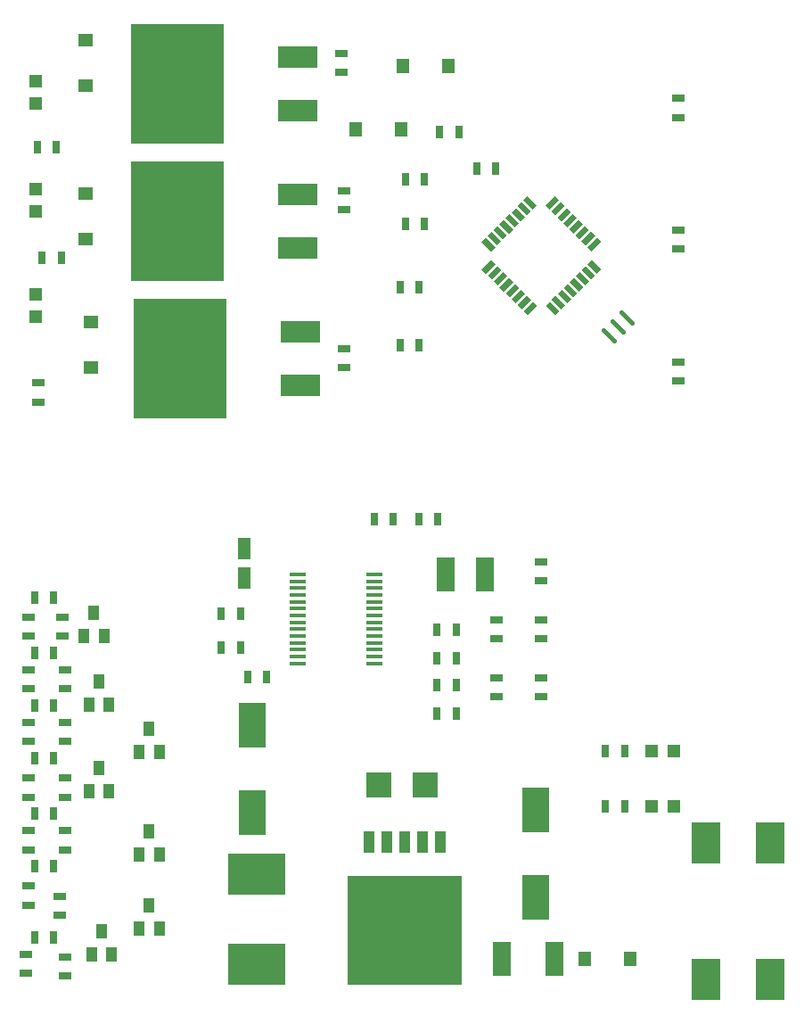
<source format=gbr>
G04 EAGLE Gerber RS-274X export*
G75*
%MOMM*%
%FSLAX34Y34*%
%LPD*%
%INSolderpaste Top*%
%IPPOS*%
%AMOC8*
5,1,8,0,0,1.08239X$1,22.5*%
G01*
%ADD10R,1.200000X1.200000*%
%ADD11R,1.270000X1.470000*%
%ADD12R,0.800000X1.200000*%
%ADD13R,1.780000X3.200000*%
%ADD14R,2.800000X2.400000*%
%ADD15R,2.799081X1.485900*%
%ADD16R,1.200000X0.800000*%
%ADD17R,1.470000X1.270000*%
%ADD18R,3.810000X2.082800*%
%ADD19R,8.890000X11.430000*%
%ADD20R,1.500000X0.400000*%
%ADD21R,1.700000X3.300000*%
%ADD22R,1.200000X2.000000*%
%ADD23R,1.270000X0.558800*%
%ADD24R,0.558800X1.270000*%
%ADD25C,0.450000*%
%ADD26R,2.500000X4.300000*%
%ADD27R,5.500000X4.000000*%
%ADD28R,10.800000X10.410000*%
%ADD29R,1.066800X2.159000*%
%ADD30R,2.400000X2.400000*%
%ADD31R,1.000000X1.400000*%


D10*
X728000Y200000D03*
X707000Y200000D03*
D11*
X686500Y55000D03*
X643500Y55000D03*
D12*
X681500Y200000D03*
X663500Y200000D03*
D13*
X614900Y55000D03*
X565100Y55000D03*
D14*
X820000Y43000D03*
X820000Y157000D03*
X759000Y43000D03*
X759000Y157000D03*
D15*
X820000Y176391D03*
X758989Y176416D03*
X758989Y23610D03*
X820000Y23610D03*
D16*
X412500Y914000D03*
X412500Y896000D03*
D17*
X170000Y883500D03*
X170000Y926500D03*
D18*
X371400Y859600D03*
X371400Y910400D03*
D19*
X257100Y885000D03*
D16*
X732500Y621500D03*
X732500Y603500D03*
X732500Y746500D03*
X732500Y728500D03*
X415000Y784000D03*
X415000Y766000D03*
D17*
X170000Y738500D03*
X170000Y781500D03*
D18*
X371400Y729600D03*
X371400Y780400D03*
D19*
X257100Y755000D03*
D16*
X415000Y634000D03*
X415000Y616000D03*
D17*
X175000Y616000D03*
X175000Y659000D03*
D18*
X373900Y599600D03*
X373900Y650400D03*
D19*
X259600Y625000D03*
D16*
X732500Y871500D03*
X732500Y853500D03*
X115000Y361000D03*
X115000Y379000D03*
X115000Y311000D03*
X115000Y329000D03*
X115000Y261000D03*
X115000Y279000D03*
D20*
X371250Y419750D03*
X371250Y413250D03*
X371250Y406750D03*
X371250Y400250D03*
X371250Y393750D03*
X371250Y387250D03*
X371250Y380750D03*
X371250Y374250D03*
X371250Y367750D03*
X371250Y361250D03*
X371250Y354750D03*
X371250Y348250D03*
X371250Y341750D03*
X371250Y335250D03*
X443750Y335250D03*
X443750Y341750D03*
X443750Y348250D03*
X443750Y354750D03*
X443750Y361250D03*
X443750Y367750D03*
X443750Y374250D03*
X443750Y380750D03*
X443750Y387250D03*
X443750Y393750D03*
X443750Y400250D03*
X443750Y406750D03*
X443750Y413250D03*
X443750Y419750D03*
D12*
X316500Y350000D03*
X298500Y350000D03*
X316500Y382500D03*
X298500Y382500D03*
X341500Y322500D03*
X323500Y322500D03*
D21*
X511500Y420000D03*
X548500Y420000D03*
D12*
X503500Y340000D03*
X521500Y340000D03*
X503500Y367500D03*
X521500Y367500D03*
D16*
X560000Y358500D03*
X560000Y376500D03*
X602500Y358500D03*
X602500Y376500D03*
X602500Y303500D03*
X602500Y321500D03*
X560000Y303500D03*
X560000Y321500D03*
D12*
X521500Y315000D03*
X503500Y315000D03*
D16*
X602500Y431500D03*
X602500Y413500D03*
D12*
X521500Y287500D03*
X503500Y287500D03*
D22*
X320000Y416000D03*
X320000Y444000D03*
D12*
X504000Y472500D03*
X486000Y472500D03*
X461500Y472500D03*
X443500Y472500D03*
X524000Y840000D03*
X506000Y840000D03*
X473500Y795000D03*
X491500Y795000D03*
X473500Y752500D03*
X491500Y752500D03*
X663500Y252500D03*
X681500Y252500D03*
D10*
X728000Y252500D03*
X707000Y252500D03*
D23*
G36*
X610540Y678813D02*
X619519Y669834D01*
X615568Y665883D01*
X606589Y674862D01*
X610540Y678813D01*
G37*
G36*
X616197Y684470D02*
X625176Y675491D01*
X621225Y671540D01*
X612246Y680519D01*
X616197Y684470D01*
G37*
G36*
X621854Y690126D02*
X630833Y681147D01*
X626882Y677196D01*
X617903Y686175D01*
X621854Y690126D01*
G37*
G36*
X627511Y695783D02*
X636490Y686804D01*
X632539Y682853D01*
X623560Y691832D01*
X627511Y695783D01*
G37*
G36*
X633168Y701440D02*
X642147Y692461D01*
X638196Y688510D01*
X629217Y697489D01*
X633168Y701440D01*
G37*
G36*
X638825Y707097D02*
X647804Y698118D01*
X643853Y694167D01*
X634874Y703146D01*
X638825Y707097D01*
G37*
G36*
X644481Y712754D02*
X653460Y703775D01*
X649509Y699824D01*
X640530Y708803D01*
X644481Y712754D01*
G37*
G36*
X650138Y718411D02*
X659117Y709432D01*
X655166Y705481D01*
X646187Y714460D01*
X650138Y718411D01*
G37*
D24*
G36*
X655166Y739519D02*
X659117Y735568D01*
X650138Y726589D01*
X646187Y730540D01*
X655166Y739519D01*
G37*
G36*
X649509Y745176D02*
X653460Y741225D01*
X644481Y732246D01*
X640530Y736197D01*
X649509Y745176D01*
G37*
G36*
X643853Y750833D02*
X647804Y746882D01*
X638825Y737903D01*
X634874Y741854D01*
X643853Y750833D01*
G37*
G36*
X638196Y756490D02*
X642147Y752539D01*
X633168Y743560D01*
X629217Y747511D01*
X638196Y756490D01*
G37*
G36*
X632539Y762147D02*
X636490Y758196D01*
X627511Y749217D01*
X623560Y753168D01*
X632539Y762147D01*
G37*
G36*
X626882Y767804D02*
X630833Y763853D01*
X621854Y754874D01*
X617903Y758825D01*
X626882Y767804D01*
G37*
G36*
X621225Y773460D02*
X625176Y769509D01*
X616197Y760530D01*
X612246Y764481D01*
X621225Y773460D01*
G37*
G36*
X615568Y779117D02*
X619519Y775166D01*
X610540Y766187D01*
X606589Y770138D01*
X615568Y779117D01*
G37*
D23*
G36*
X589432Y779117D02*
X598411Y770138D01*
X594460Y766187D01*
X585481Y775166D01*
X589432Y779117D01*
G37*
G36*
X583775Y773460D02*
X592754Y764481D01*
X588803Y760530D01*
X579824Y769509D01*
X583775Y773460D01*
G37*
G36*
X578118Y767804D02*
X587097Y758825D01*
X583146Y754874D01*
X574167Y763853D01*
X578118Y767804D01*
G37*
G36*
X572461Y762147D02*
X581440Y753168D01*
X577489Y749217D01*
X568510Y758196D01*
X572461Y762147D01*
G37*
G36*
X566804Y756490D02*
X575783Y747511D01*
X571832Y743560D01*
X562853Y752539D01*
X566804Y756490D01*
G37*
G36*
X561147Y750833D02*
X570126Y741854D01*
X566175Y737903D01*
X557196Y746882D01*
X561147Y750833D01*
G37*
G36*
X555491Y745176D02*
X564470Y736197D01*
X560519Y732246D01*
X551540Y741225D01*
X555491Y745176D01*
G37*
G36*
X549834Y739519D02*
X558813Y730540D01*
X554862Y726589D01*
X545883Y735568D01*
X549834Y739519D01*
G37*
D24*
G36*
X554862Y718411D02*
X558813Y714460D01*
X549834Y705481D01*
X545883Y709432D01*
X554862Y718411D01*
G37*
G36*
X560519Y712754D02*
X564470Y708803D01*
X555491Y699824D01*
X551540Y703775D01*
X560519Y712754D01*
G37*
G36*
X566175Y707097D02*
X570126Y703146D01*
X561147Y694167D01*
X557196Y698118D01*
X566175Y707097D01*
G37*
G36*
X571832Y701440D02*
X575783Y697489D01*
X566804Y688510D01*
X562853Y692461D01*
X571832Y701440D01*
G37*
G36*
X577489Y695783D02*
X581440Y691832D01*
X572461Y682853D01*
X568510Y686804D01*
X577489Y695783D01*
G37*
G36*
X583146Y690126D02*
X587097Y686175D01*
X578118Y677196D01*
X574167Y681147D01*
X583146Y690126D01*
G37*
G36*
X588803Y684470D02*
X592754Y680519D01*
X583775Y671540D01*
X579824Y675491D01*
X588803Y684470D01*
G37*
G36*
X594460Y678813D02*
X598411Y674862D01*
X589432Y665883D01*
X585481Y669834D01*
X594460Y678813D01*
G37*
D12*
X541000Y805000D03*
X559000Y805000D03*
X486500Y692500D03*
X468500Y692500D03*
D25*
X661371Y651659D02*
X671659Y641371D01*
X680144Y649856D02*
X669856Y660144D01*
X678341Y668629D02*
X688629Y658341D01*
D12*
X486500Y637500D03*
X468500Y637500D03*
D26*
X327500Y193500D03*
X327500Y276500D03*
X597500Y113500D03*
X597500Y196500D03*
D27*
X332500Y135000D03*
X332500Y50000D03*
D28*
X472500Y82100D03*
D29*
X506536Y165412D03*
X489518Y165412D03*
X472500Y165412D03*
X455482Y165412D03*
X438464Y165412D03*
D30*
X492000Y220000D03*
X448000Y220000D03*
D16*
X115000Y208500D03*
X115000Y226500D03*
X115000Y158500D03*
X115000Y176500D03*
X115000Y106000D03*
X115000Y124000D03*
X112500Y41000D03*
X112500Y59000D03*
D11*
X514000Y902500D03*
X471000Y902500D03*
D16*
X125000Y601500D03*
X125000Y583500D03*
D10*
X122500Y685500D03*
X122500Y664500D03*
D12*
X123500Y825000D03*
X141500Y825000D03*
D10*
X122500Y888000D03*
X122500Y867000D03*
D12*
X128500Y720000D03*
X146500Y720000D03*
D10*
X122500Y785500D03*
X122500Y764500D03*
D11*
X469000Y842500D03*
X426000Y842500D03*
D12*
X139000Y397500D03*
X121000Y397500D03*
D16*
X147500Y379000D03*
X147500Y361000D03*
D31*
X177500Y383500D03*
X187000Y361500D03*
X168000Y361500D03*
D12*
X139000Y345000D03*
X121000Y345000D03*
D16*
X150000Y329000D03*
X150000Y311000D03*
D31*
X182500Y318500D03*
X192000Y296500D03*
X173000Y296500D03*
D12*
X139000Y295000D03*
X121000Y295000D03*
D16*
X150000Y279000D03*
X150000Y261000D03*
D31*
X230000Y273500D03*
X239500Y251500D03*
X220500Y251500D03*
D12*
X139000Y245000D03*
X121000Y245000D03*
D16*
X150000Y226500D03*
X150000Y208500D03*
D31*
X182500Y236000D03*
X192000Y214000D03*
X173000Y214000D03*
D12*
X139000Y192500D03*
X121000Y192500D03*
D16*
X150000Y176500D03*
X150000Y158500D03*
D31*
X230000Y176000D03*
X239500Y154000D03*
X220500Y154000D03*
D12*
X139000Y142500D03*
X121000Y142500D03*
D16*
X145000Y114000D03*
X145000Y96000D03*
D31*
X230000Y106000D03*
X239500Y84000D03*
X220500Y84000D03*
D12*
X139000Y75000D03*
X121000Y75000D03*
D16*
X150000Y56500D03*
X150000Y38500D03*
D31*
X185000Y81000D03*
X194500Y59000D03*
X175500Y59000D03*
M02*

</source>
